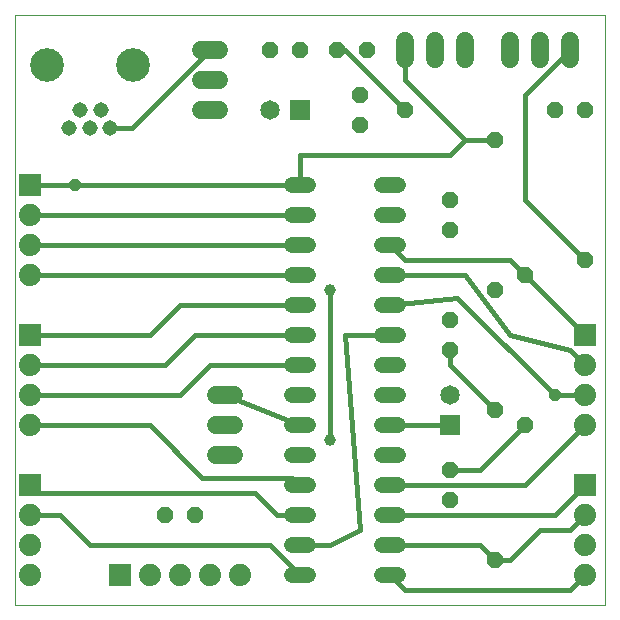
<source format=gtl>
G75*
G70*
%OFA0B0*%
%FSLAX24Y24*%
%IPPOS*%
%LPD*%
%AMOC8*
5,1,8,0,0,1.08239X$1,22.5*
%
%ADD10C,0.0000*%
%ADD11C,0.0520*%
%ADD12OC8,0.0520*%
%ADD13R,0.0650X0.0650*%
%ADD14C,0.0650*%
%ADD15C,0.0600*%
%ADD16R,0.0740X0.0740*%
%ADD17C,0.0740*%
%ADD18C,0.0515*%
%ADD19C,0.1122*%
%ADD20C,0.0160*%
%ADD21OC8,0.0396*%
%ADD22C,0.0396*%
D10*
X000816Y000312D02*
X000816Y019997D01*
X020501Y019997D01*
X020501Y000312D01*
X000816Y000312D01*
D11*
X010056Y001312D02*
X010576Y001312D01*
X010576Y002312D02*
X010056Y002312D01*
X010056Y003312D02*
X010576Y003312D01*
X010576Y004312D02*
X010056Y004312D01*
X010056Y005312D02*
X010576Y005312D01*
X010576Y006312D02*
X010056Y006312D01*
X010056Y007312D02*
X010576Y007312D01*
X010576Y008312D02*
X010056Y008312D01*
X010056Y009312D02*
X010576Y009312D01*
X010576Y010312D02*
X010056Y010312D01*
X010056Y011312D02*
X010576Y011312D01*
X010576Y012312D02*
X010056Y012312D01*
X010056Y013312D02*
X010576Y013312D01*
X010576Y014312D02*
X010056Y014312D01*
X013056Y014312D02*
X013576Y014312D01*
X013576Y013312D02*
X013056Y013312D01*
X013056Y012312D02*
X013576Y012312D01*
X013576Y011312D02*
X013056Y011312D01*
X013056Y010312D02*
X013576Y010312D01*
X013576Y009312D02*
X013056Y009312D01*
X013056Y008312D02*
X013576Y008312D01*
X013576Y007312D02*
X013056Y007312D01*
X013056Y006312D02*
X013576Y006312D01*
X013576Y005312D02*
X013056Y005312D01*
X013056Y004312D02*
X013576Y004312D01*
X013576Y003312D02*
X013056Y003312D01*
X013056Y002312D02*
X013576Y002312D01*
X013576Y001312D02*
X013056Y001312D01*
D12*
X015316Y003812D03*
X015316Y004812D03*
X016816Y006812D03*
X017816Y006312D03*
X015316Y008812D03*
X015316Y009812D03*
X016816Y010812D03*
X017816Y011312D03*
X019816Y011812D03*
X016816Y015812D03*
X018816Y016812D03*
X019816Y016812D03*
X015316Y013812D03*
X015316Y012812D03*
X012316Y016312D03*
X012316Y017312D03*
X012566Y018812D03*
X011566Y018812D03*
X010316Y018812D03*
X009316Y018812D03*
X013816Y016812D03*
X006816Y003312D03*
X005816Y003312D03*
X016816Y001812D03*
D13*
X015316Y006312D03*
X010316Y016812D03*
D14*
X009316Y016812D03*
X015316Y007312D03*
D15*
X008116Y007312D02*
X007516Y007312D01*
X007516Y006312D02*
X008116Y006312D01*
X008116Y005312D02*
X007516Y005312D01*
X007616Y016812D02*
X007016Y016812D01*
X007016Y017812D02*
X007616Y017812D01*
X007616Y018812D02*
X007016Y018812D01*
X013816Y019112D02*
X013816Y018512D01*
X014816Y018512D02*
X014816Y019112D01*
X015816Y019112D02*
X015816Y018512D01*
X017316Y018512D02*
X017316Y019112D01*
X018316Y019112D02*
X018316Y018512D01*
X019316Y018512D02*
X019316Y019112D01*
D16*
X019816Y009312D03*
X019816Y004312D03*
X004316Y001312D03*
X001316Y004312D03*
X001316Y009312D03*
X001316Y014312D03*
D17*
X001316Y013312D03*
X001316Y012312D03*
X001316Y011312D03*
X001316Y008312D03*
X001316Y007312D03*
X001316Y006312D03*
X001316Y003312D03*
X001316Y002312D03*
X001316Y001312D03*
X005316Y001312D03*
X006316Y001312D03*
X007316Y001312D03*
X008316Y001312D03*
X019816Y001312D03*
X019816Y002312D03*
X019816Y003312D03*
X019816Y006312D03*
X019816Y007312D03*
X019816Y008312D03*
D18*
X003986Y016212D03*
X003316Y016212D03*
X002616Y016212D03*
X002986Y016832D03*
X003676Y016832D03*
D19*
X004753Y018312D03*
X001879Y018312D03*
D20*
X003986Y016212D02*
X004716Y016212D01*
X007316Y018812D01*
X010316Y015312D02*
X015316Y015312D01*
X015816Y015812D01*
X013816Y017812D01*
X013816Y018812D01*
X011816Y018812D02*
X013816Y016812D01*
X015816Y015812D02*
X016816Y015812D01*
X017816Y017312D02*
X017816Y013812D01*
X019816Y011812D01*
X017816Y011312D02*
X017316Y011812D01*
X013816Y011812D01*
X013316Y012312D01*
X013316Y011312D02*
X015816Y011312D01*
X017316Y009312D01*
X019316Y008812D01*
X019816Y008312D01*
X019816Y007312D02*
X018816Y007312D01*
X015566Y010562D01*
X013316Y010312D01*
X013316Y009312D02*
X011816Y009312D01*
X012316Y002812D01*
X011316Y002312D01*
X010316Y002312D01*
X009316Y002312D02*
X010316Y001312D01*
X009316Y002312D02*
X003316Y002312D01*
X002316Y003312D01*
X001316Y003312D01*
X001566Y004062D02*
X001316Y004312D01*
X001566Y004062D02*
X008816Y004062D01*
X009566Y003312D01*
X010316Y003312D01*
X010316Y004312D02*
X010066Y004562D01*
X007066Y004562D01*
X005316Y006312D01*
X001316Y006312D01*
X001316Y007312D02*
X006316Y007312D01*
X007316Y008312D01*
X010316Y008312D01*
X010316Y009312D02*
X006816Y009312D01*
X005816Y008312D01*
X001316Y008312D01*
X001316Y009312D02*
X005316Y009312D01*
X006316Y010312D01*
X010316Y010312D01*
X010316Y011312D02*
X001316Y011312D01*
X001316Y012312D02*
X010316Y012312D01*
X010316Y013312D02*
X001316Y013312D01*
X001316Y014312D02*
X002816Y014312D01*
X010316Y014312D01*
X010316Y015312D01*
X011566Y018812D02*
X011816Y018812D01*
X017816Y017312D02*
X019316Y018812D01*
X017816Y011312D02*
X019816Y009312D01*
X019816Y006312D02*
X017816Y004312D01*
X013316Y004312D01*
X013316Y003312D02*
X018816Y003312D01*
X019816Y004312D01*
X019816Y003312D02*
X019316Y002812D01*
X018316Y002812D01*
X017316Y001812D01*
X016816Y001812D01*
X016316Y002312D01*
X013316Y002312D01*
X013316Y001312D02*
X013816Y000812D01*
X019316Y000812D01*
X019816Y001312D01*
X016316Y004812D02*
X017816Y006312D01*
X016816Y006812D02*
X015316Y008312D01*
X015316Y008812D01*
X015316Y006312D02*
X013316Y006312D01*
X015316Y004812D02*
X016316Y004812D01*
X011316Y005812D02*
X011316Y010812D01*
X010316Y006312D02*
X007816Y007312D01*
D21*
X002816Y014312D03*
X018816Y007312D03*
D22*
X011316Y005812D03*
X011316Y010812D03*
M02*

</source>
